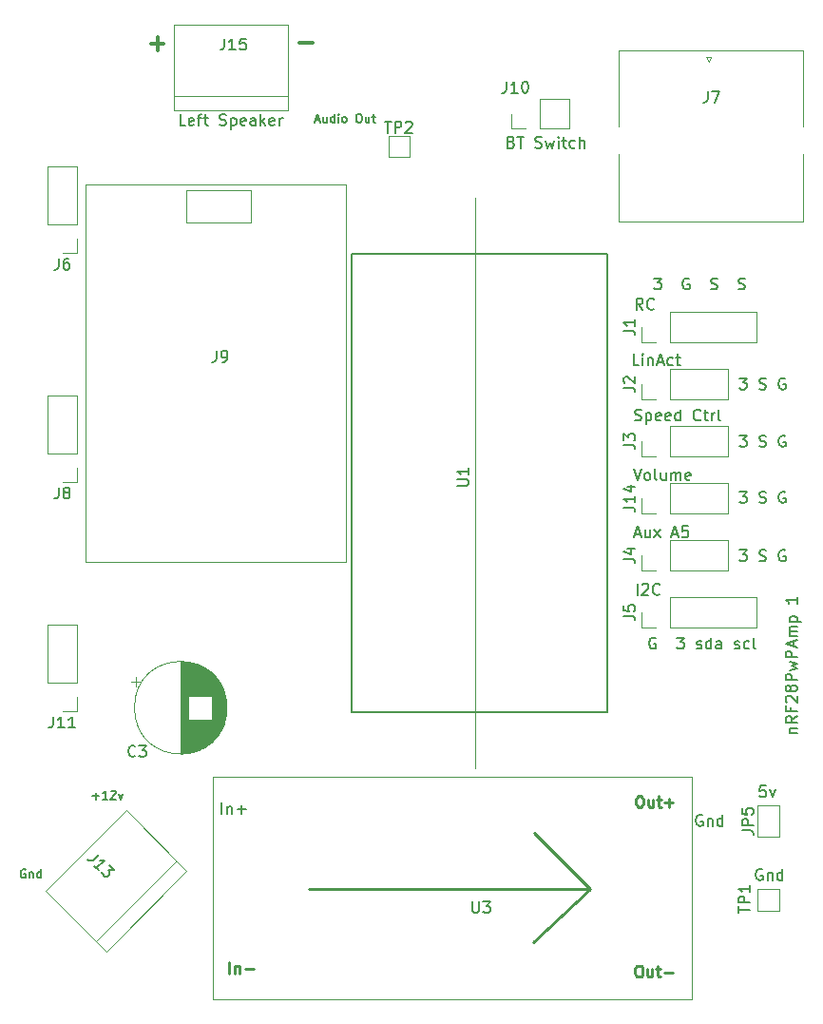
<source format=gbr>
G04 #@! TF.GenerationSoftware,KiCad,Pcbnew,(5.1.6)-1*
G04 #@! TF.CreationDate,2020-11-04T20:11:43-06:00*
G04 #@! TF.ProjectId,ControlBoardnRF_22PinSound_PowerAmp,436f6e74-726f-46c4-926f-6172646e5246,rev?*
G04 #@! TF.SameCoordinates,Original*
G04 #@! TF.FileFunction,Legend,Top*
G04 #@! TF.FilePolarity,Positive*
%FSLAX46Y46*%
G04 Gerber Fmt 4.6, Leading zero omitted, Abs format (unit mm)*
G04 Created by KiCad (PCBNEW (5.1.6)-1) date 2020-11-04 20:11:43*
%MOMM*%
%LPD*%
G01*
G04 APERTURE LIST*
%ADD10C,0.150000*%
%ADD11C,0.300000*%
%ADD12C,0.152400*%
%ADD13C,0.120000*%
%ADD14C,0.250000*%
G04 APERTURE END LIST*
D10*
X165940357Y-91552380D02*
X166559404Y-91552380D01*
X166226071Y-91933333D01*
X166368928Y-91933333D01*
X166464166Y-91980952D01*
X166511785Y-92028571D01*
X166559404Y-92123809D01*
X166559404Y-92361904D01*
X166511785Y-92457142D01*
X166464166Y-92504761D01*
X166368928Y-92552380D01*
X166083214Y-92552380D01*
X165987976Y-92504761D01*
X165940357Y-92457142D01*
X169035595Y-91600000D02*
X168940357Y-91552380D01*
X168797500Y-91552380D01*
X168654642Y-91600000D01*
X168559404Y-91695238D01*
X168511785Y-91790476D01*
X168464166Y-91980952D01*
X168464166Y-92123809D01*
X168511785Y-92314285D01*
X168559404Y-92409523D01*
X168654642Y-92504761D01*
X168797500Y-92552380D01*
X168892738Y-92552380D01*
X169035595Y-92504761D01*
X169083214Y-92457142D01*
X169083214Y-92123809D01*
X168892738Y-92123809D01*
X170987976Y-92504761D02*
X171130833Y-92552380D01*
X171368928Y-92552380D01*
X171464166Y-92504761D01*
X171511785Y-92457142D01*
X171559404Y-92361904D01*
X171559404Y-92266666D01*
X171511785Y-92171428D01*
X171464166Y-92123809D01*
X171368928Y-92076190D01*
X171178452Y-92028571D01*
X171083214Y-91980952D01*
X171035595Y-91933333D01*
X170987976Y-91838095D01*
X170987976Y-91742857D01*
X171035595Y-91647619D01*
X171083214Y-91600000D01*
X171178452Y-91552380D01*
X171416547Y-91552380D01*
X171559404Y-91600000D01*
X173464166Y-92504761D02*
X173607023Y-92552380D01*
X173845119Y-92552380D01*
X173940357Y-92504761D01*
X173987976Y-92457142D01*
X174035595Y-92361904D01*
X174035595Y-92266666D01*
X173987976Y-92171428D01*
X173940357Y-92123809D01*
X173845119Y-92076190D01*
X173654642Y-92028571D01*
X173559404Y-91980952D01*
X173511785Y-91933333D01*
X173464166Y-91838095D01*
X173464166Y-91742857D01*
X173511785Y-91647619D01*
X173559404Y-91600000D01*
X173654642Y-91552380D01*
X173892738Y-91552380D01*
X174035595Y-91600000D01*
X173540357Y-100452380D02*
X174159404Y-100452380D01*
X173826071Y-100833333D01*
X173968928Y-100833333D01*
X174064166Y-100880952D01*
X174111785Y-100928571D01*
X174159404Y-101023809D01*
X174159404Y-101261904D01*
X174111785Y-101357142D01*
X174064166Y-101404761D01*
X173968928Y-101452380D01*
X173683214Y-101452380D01*
X173587976Y-101404761D01*
X173540357Y-101357142D01*
X175302261Y-101404761D02*
X175445119Y-101452380D01*
X175683214Y-101452380D01*
X175778452Y-101404761D01*
X175826071Y-101357142D01*
X175873690Y-101261904D01*
X175873690Y-101166666D01*
X175826071Y-101071428D01*
X175778452Y-101023809D01*
X175683214Y-100976190D01*
X175492738Y-100928571D01*
X175397500Y-100880952D01*
X175349880Y-100833333D01*
X175302261Y-100738095D01*
X175302261Y-100642857D01*
X175349880Y-100547619D01*
X175397500Y-100500000D01*
X175492738Y-100452380D01*
X175730833Y-100452380D01*
X175873690Y-100500000D01*
X177587976Y-100500000D02*
X177492738Y-100452380D01*
X177349880Y-100452380D01*
X177207023Y-100500000D01*
X177111785Y-100595238D01*
X177064166Y-100690476D01*
X177016547Y-100880952D01*
X177016547Y-101023809D01*
X177064166Y-101214285D01*
X177111785Y-101309523D01*
X177207023Y-101404761D01*
X177349880Y-101452380D01*
X177445119Y-101452380D01*
X177587976Y-101404761D01*
X177635595Y-101357142D01*
X177635595Y-101023809D01*
X177445119Y-101023809D01*
X173540357Y-105552380D02*
X174159404Y-105552380D01*
X173826071Y-105933333D01*
X173968928Y-105933333D01*
X174064166Y-105980952D01*
X174111785Y-106028571D01*
X174159404Y-106123809D01*
X174159404Y-106361904D01*
X174111785Y-106457142D01*
X174064166Y-106504761D01*
X173968928Y-106552380D01*
X173683214Y-106552380D01*
X173587976Y-106504761D01*
X173540357Y-106457142D01*
X175302261Y-106504761D02*
X175445119Y-106552380D01*
X175683214Y-106552380D01*
X175778452Y-106504761D01*
X175826071Y-106457142D01*
X175873690Y-106361904D01*
X175873690Y-106266666D01*
X175826071Y-106171428D01*
X175778452Y-106123809D01*
X175683214Y-106076190D01*
X175492738Y-106028571D01*
X175397500Y-105980952D01*
X175349880Y-105933333D01*
X175302261Y-105838095D01*
X175302261Y-105742857D01*
X175349880Y-105647619D01*
X175397500Y-105600000D01*
X175492738Y-105552380D01*
X175730833Y-105552380D01*
X175873690Y-105600000D01*
X177587976Y-105600000D02*
X177492738Y-105552380D01*
X177349880Y-105552380D01*
X177207023Y-105600000D01*
X177111785Y-105695238D01*
X177064166Y-105790476D01*
X177016547Y-105980952D01*
X177016547Y-106123809D01*
X177064166Y-106314285D01*
X177111785Y-106409523D01*
X177207023Y-106504761D01*
X177349880Y-106552380D01*
X177445119Y-106552380D01*
X177587976Y-106504761D01*
X177635595Y-106457142D01*
X177635595Y-106123809D01*
X177445119Y-106123809D01*
X173540357Y-110552380D02*
X174159404Y-110552380D01*
X173826071Y-110933333D01*
X173968928Y-110933333D01*
X174064166Y-110980952D01*
X174111785Y-111028571D01*
X174159404Y-111123809D01*
X174159404Y-111361904D01*
X174111785Y-111457142D01*
X174064166Y-111504761D01*
X173968928Y-111552380D01*
X173683214Y-111552380D01*
X173587976Y-111504761D01*
X173540357Y-111457142D01*
X175302261Y-111504761D02*
X175445119Y-111552380D01*
X175683214Y-111552380D01*
X175778452Y-111504761D01*
X175826071Y-111457142D01*
X175873690Y-111361904D01*
X175873690Y-111266666D01*
X175826071Y-111171428D01*
X175778452Y-111123809D01*
X175683214Y-111076190D01*
X175492738Y-111028571D01*
X175397500Y-110980952D01*
X175349880Y-110933333D01*
X175302261Y-110838095D01*
X175302261Y-110742857D01*
X175349880Y-110647619D01*
X175397500Y-110600000D01*
X175492738Y-110552380D01*
X175730833Y-110552380D01*
X175873690Y-110600000D01*
X177587976Y-110600000D02*
X177492738Y-110552380D01*
X177349880Y-110552380D01*
X177207023Y-110600000D01*
X177111785Y-110695238D01*
X177064166Y-110790476D01*
X177016547Y-110980952D01*
X177016547Y-111123809D01*
X177064166Y-111314285D01*
X177111785Y-111409523D01*
X177207023Y-111504761D01*
X177349880Y-111552380D01*
X177445119Y-111552380D01*
X177587976Y-111504761D01*
X177635595Y-111457142D01*
X177635595Y-111123809D01*
X177445119Y-111123809D01*
X173540357Y-115752380D02*
X174159404Y-115752380D01*
X173826071Y-116133333D01*
X173968928Y-116133333D01*
X174064166Y-116180952D01*
X174111785Y-116228571D01*
X174159404Y-116323809D01*
X174159404Y-116561904D01*
X174111785Y-116657142D01*
X174064166Y-116704761D01*
X173968928Y-116752380D01*
X173683214Y-116752380D01*
X173587976Y-116704761D01*
X173540357Y-116657142D01*
X175302261Y-116704761D02*
X175445119Y-116752380D01*
X175683214Y-116752380D01*
X175778452Y-116704761D01*
X175826071Y-116657142D01*
X175873690Y-116561904D01*
X175873690Y-116466666D01*
X175826071Y-116371428D01*
X175778452Y-116323809D01*
X175683214Y-116276190D01*
X175492738Y-116228571D01*
X175397500Y-116180952D01*
X175349880Y-116133333D01*
X175302261Y-116038095D01*
X175302261Y-115942857D01*
X175349880Y-115847619D01*
X175397500Y-115800000D01*
X175492738Y-115752380D01*
X175730833Y-115752380D01*
X175873690Y-115800000D01*
X177587976Y-115800000D02*
X177492738Y-115752380D01*
X177349880Y-115752380D01*
X177207023Y-115800000D01*
X177111785Y-115895238D01*
X177064166Y-115990476D01*
X177016547Y-116180952D01*
X177016547Y-116323809D01*
X177064166Y-116514285D01*
X177111785Y-116609523D01*
X177207023Y-116704761D01*
X177349880Y-116752380D01*
X177445119Y-116752380D01*
X177587976Y-116704761D01*
X177635595Y-116657142D01*
X177635595Y-116323809D01*
X177445119Y-116323809D01*
X166059404Y-123600000D02*
X165964166Y-123552380D01*
X165821309Y-123552380D01*
X165678452Y-123600000D01*
X165583214Y-123695238D01*
X165535595Y-123790476D01*
X165487976Y-123980952D01*
X165487976Y-124123809D01*
X165535595Y-124314285D01*
X165583214Y-124409523D01*
X165678452Y-124504761D01*
X165821309Y-124552380D01*
X165916547Y-124552380D01*
X166059404Y-124504761D01*
X166107023Y-124457142D01*
X166107023Y-124123809D01*
X165916547Y-124123809D01*
X167964166Y-123552380D02*
X168583214Y-123552380D01*
X168249880Y-123933333D01*
X168392738Y-123933333D01*
X168487976Y-123980952D01*
X168535595Y-124028571D01*
X168583214Y-124123809D01*
X168583214Y-124361904D01*
X168535595Y-124457142D01*
X168487976Y-124504761D01*
X168392738Y-124552380D01*
X168107023Y-124552380D01*
X168011785Y-124504761D01*
X167964166Y-124457142D01*
X169726071Y-124504761D02*
X169821309Y-124552380D01*
X170011785Y-124552380D01*
X170107023Y-124504761D01*
X170154642Y-124409523D01*
X170154642Y-124361904D01*
X170107023Y-124266666D01*
X170011785Y-124219047D01*
X169868928Y-124219047D01*
X169773690Y-124171428D01*
X169726071Y-124076190D01*
X169726071Y-124028571D01*
X169773690Y-123933333D01*
X169868928Y-123885714D01*
X170011785Y-123885714D01*
X170107023Y-123933333D01*
X171011785Y-124552380D02*
X171011785Y-123552380D01*
X171011785Y-124504761D02*
X170916547Y-124552380D01*
X170726071Y-124552380D01*
X170630833Y-124504761D01*
X170583214Y-124457142D01*
X170535595Y-124361904D01*
X170535595Y-124076190D01*
X170583214Y-123980952D01*
X170630833Y-123933333D01*
X170726071Y-123885714D01*
X170916547Y-123885714D01*
X171011785Y-123933333D01*
X171916547Y-124552380D02*
X171916547Y-124028571D01*
X171868928Y-123933333D01*
X171773690Y-123885714D01*
X171583214Y-123885714D01*
X171487976Y-123933333D01*
X171916547Y-124504761D02*
X171821309Y-124552380D01*
X171583214Y-124552380D01*
X171487976Y-124504761D01*
X171440357Y-124409523D01*
X171440357Y-124314285D01*
X171487976Y-124219047D01*
X171583214Y-124171428D01*
X171821309Y-124171428D01*
X171916547Y-124123809D01*
X173107023Y-124504761D02*
X173202261Y-124552380D01*
X173392738Y-124552380D01*
X173487976Y-124504761D01*
X173535595Y-124409523D01*
X173535595Y-124361904D01*
X173487976Y-124266666D01*
X173392738Y-124219047D01*
X173249880Y-124219047D01*
X173154642Y-124171428D01*
X173107023Y-124076190D01*
X173107023Y-124028571D01*
X173154642Y-123933333D01*
X173249880Y-123885714D01*
X173392738Y-123885714D01*
X173487976Y-123933333D01*
X174392738Y-124504761D02*
X174297500Y-124552380D01*
X174107023Y-124552380D01*
X174011785Y-124504761D01*
X173964166Y-124457142D01*
X173916547Y-124361904D01*
X173916547Y-124076190D01*
X173964166Y-123980952D01*
X174011785Y-123933333D01*
X174107023Y-123885714D01*
X174297500Y-123885714D01*
X174392738Y-123933333D01*
X174964166Y-124552380D02*
X174868928Y-124504761D01*
X174821309Y-124409523D01*
X174821309Y-123552380D01*
X175557142Y-144200000D02*
X175461904Y-144152380D01*
X175319047Y-144152380D01*
X175176190Y-144200000D01*
X175080952Y-144295238D01*
X175033333Y-144390476D01*
X174985714Y-144580952D01*
X174985714Y-144723809D01*
X175033333Y-144914285D01*
X175080952Y-145009523D01*
X175176190Y-145104761D01*
X175319047Y-145152380D01*
X175414285Y-145152380D01*
X175557142Y-145104761D01*
X175604761Y-145057142D01*
X175604761Y-144723809D01*
X175414285Y-144723809D01*
X176033333Y-144485714D02*
X176033333Y-145152380D01*
X176033333Y-144580952D02*
X176080952Y-144533333D01*
X176176190Y-144485714D01*
X176319047Y-144485714D01*
X176414285Y-144533333D01*
X176461904Y-144628571D01*
X176461904Y-145152380D01*
X177366666Y-145152380D02*
X177366666Y-144152380D01*
X177366666Y-145104761D02*
X177271428Y-145152380D01*
X177080952Y-145152380D01*
X176985714Y-145104761D01*
X176938095Y-145057142D01*
X176890476Y-144961904D01*
X176890476Y-144676190D01*
X176938095Y-144580952D01*
X176985714Y-144533333D01*
X177080952Y-144485714D01*
X177271428Y-144485714D01*
X177366666Y-144533333D01*
X175857142Y-136752380D02*
X175380952Y-136752380D01*
X175333333Y-137228571D01*
X175380952Y-137180952D01*
X175476190Y-137133333D01*
X175714285Y-137133333D01*
X175809523Y-137180952D01*
X175857142Y-137228571D01*
X175904761Y-137323809D01*
X175904761Y-137561904D01*
X175857142Y-137657142D01*
X175809523Y-137704761D01*
X175714285Y-137752380D01*
X175476190Y-137752380D01*
X175380952Y-137704761D01*
X175333333Y-137657142D01*
X176238095Y-137085714D02*
X176476190Y-137752380D01*
X176714285Y-137085714D01*
X135778977Y-77475340D02*
X136136120Y-77475340D01*
X135707548Y-77689625D02*
X135957548Y-76939625D01*
X136207548Y-77689625D01*
X136778977Y-77189625D02*
X136778977Y-77689625D01*
X136457548Y-77189625D02*
X136457548Y-77582482D01*
X136493262Y-77653911D01*
X136564691Y-77689625D01*
X136671834Y-77689625D01*
X136743262Y-77653911D01*
X136778977Y-77618197D01*
X137457548Y-77689625D02*
X137457548Y-76939625D01*
X137457548Y-77653911D02*
X137386120Y-77689625D01*
X137243262Y-77689625D01*
X137171834Y-77653911D01*
X137136120Y-77618197D01*
X137100405Y-77546768D01*
X137100405Y-77332482D01*
X137136120Y-77261054D01*
X137171834Y-77225340D01*
X137243262Y-77189625D01*
X137386120Y-77189625D01*
X137457548Y-77225340D01*
X137814691Y-77689625D02*
X137814691Y-77189625D01*
X137814691Y-76939625D02*
X137778977Y-76975340D01*
X137814691Y-77011054D01*
X137850405Y-76975340D01*
X137814691Y-76939625D01*
X137814691Y-77011054D01*
X138278977Y-77689625D02*
X138207548Y-77653911D01*
X138171834Y-77618197D01*
X138136120Y-77546768D01*
X138136120Y-77332482D01*
X138171834Y-77261054D01*
X138207548Y-77225340D01*
X138278977Y-77189625D01*
X138386120Y-77189625D01*
X138457548Y-77225340D01*
X138493262Y-77261054D01*
X138528977Y-77332482D01*
X138528977Y-77546768D01*
X138493262Y-77618197D01*
X138457548Y-77653911D01*
X138386120Y-77689625D01*
X138278977Y-77689625D01*
X139564691Y-76939625D02*
X139707548Y-76939625D01*
X139778977Y-76975340D01*
X139850405Y-77046768D01*
X139886120Y-77189625D01*
X139886120Y-77439625D01*
X139850405Y-77582482D01*
X139778977Y-77653911D01*
X139707548Y-77689625D01*
X139564691Y-77689625D01*
X139493262Y-77653911D01*
X139421834Y-77582482D01*
X139386120Y-77439625D01*
X139386120Y-77189625D01*
X139421834Y-77046768D01*
X139493262Y-76975340D01*
X139564691Y-76939625D01*
X140528977Y-77189625D02*
X140528977Y-77689625D01*
X140207548Y-77189625D02*
X140207548Y-77582482D01*
X140243262Y-77653911D01*
X140314691Y-77689625D01*
X140421834Y-77689625D01*
X140493262Y-77653911D01*
X140528977Y-77618197D01*
X140778977Y-77189625D02*
X141064691Y-77189625D01*
X140886120Y-76939625D02*
X140886120Y-77582482D01*
X140921834Y-77653911D01*
X140993262Y-77689625D01*
X141064691Y-77689625D01*
D11*
X134328571Y-70607142D02*
X135471428Y-70607142D01*
X121095171Y-70652542D02*
X122238028Y-70652542D01*
X121666600Y-71223971D02*
X121666600Y-70081114D01*
D10*
X170222942Y-139377800D02*
X170127704Y-139330180D01*
X169984847Y-139330180D01*
X169841990Y-139377800D01*
X169746752Y-139473038D01*
X169699133Y-139568276D01*
X169651514Y-139758752D01*
X169651514Y-139901609D01*
X169699133Y-140092085D01*
X169746752Y-140187323D01*
X169841990Y-140282561D01*
X169984847Y-140330180D01*
X170080085Y-140330180D01*
X170222942Y-140282561D01*
X170270561Y-140234942D01*
X170270561Y-139901609D01*
X170080085Y-139901609D01*
X170699133Y-139663514D02*
X170699133Y-140330180D01*
X170699133Y-139758752D02*
X170746752Y-139711133D01*
X170841990Y-139663514D01*
X170984847Y-139663514D01*
X171080085Y-139711133D01*
X171127704Y-139806371D01*
X171127704Y-140330180D01*
X172032466Y-140330180D02*
X172032466Y-139330180D01*
X172032466Y-140282561D02*
X171937228Y-140330180D01*
X171746752Y-140330180D01*
X171651514Y-140282561D01*
X171603895Y-140234942D01*
X171556276Y-140139704D01*
X171556276Y-139853990D01*
X171603895Y-139758752D01*
X171651514Y-139711133D01*
X171746752Y-139663514D01*
X171937228Y-139663514D01*
X172032466Y-139711133D01*
D12*
X115893714Y-137654428D02*
X116474285Y-137654428D01*
X116184000Y-137944714D02*
X116184000Y-137364142D01*
X117236285Y-137944714D02*
X116800857Y-137944714D01*
X117018571Y-137944714D02*
X117018571Y-137182714D01*
X116946000Y-137291571D01*
X116873428Y-137364142D01*
X116800857Y-137400428D01*
X117526571Y-137255285D02*
X117562857Y-137219000D01*
X117635428Y-137182714D01*
X117816857Y-137182714D01*
X117889428Y-137219000D01*
X117925714Y-137255285D01*
X117962000Y-137327857D01*
X117962000Y-137400428D01*
X117925714Y-137509285D01*
X117490285Y-137944714D01*
X117962000Y-137944714D01*
X118216000Y-137436714D02*
X118397428Y-137944714D01*
X118578857Y-137436714D01*
X109910142Y-144219000D02*
X109837571Y-144182714D01*
X109728714Y-144182714D01*
X109619857Y-144219000D01*
X109547285Y-144291571D01*
X109511000Y-144364142D01*
X109474714Y-144509285D01*
X109474714Y-144618142D01*
X109511000Y-144763285D01*
X109547285Y-144835857D01*
X109619857Y-144908428D01*
X109728714Y-144944714D01*
X109801285Y-144944714D01*
X109910142Y-144908428D01*
X109946428Y-144872142D01*
X109946428Y-144618142D01*
X109801285Y-144618142D01*
X110273000Y-144436714D02*
X110273000Y-144944714D01*
X110273000Y-144509285D02*
X110309285Y-144473000D01*
X110381857Y-144436714D01*
X110490714Y-144436714D01*
X110563285Y-144473000D01*
X110599571Y-144545571D01*
X110599571Y-144944714D01*
X111289000Y-144944714D02*
X111289000Y-144182714D01*
X111289000Y-144908428D02*
X111216428Y-144944714D01*
X111071285Y-144944714D01*
X110998714Y-144908428D01*
X110962428Y-144872142D01*
X110926142Y-144799571D01*
X110926142Y-144581857D01*
X110962428Y-144509285D01*
X110998714Y-144473000D01*
X111071285Y-144436714D01*
X111216428Y-144436714D01*
X111289000Y-144473000D01*
D10*
X177985714Y-132023809D02*
X178652380Y-132023809D01*
X178080952Y-132023809D02*
X178033333Y-131976190D01*
X177985714Y-131880952D01*
X177985714Y-131738095D01*
X178033333Y-131642857D01*
X178128571Y-131595238D01*
X178652380Y-131595238D01*
X178652380Y-130547619D02*
X178176190Y-130880952D01*
X178652380Y-131119047D02*
X177652380Y-131119047D01*
X177652380Y-130738095D01*
X177700000Y-130642857D01*
X177747619Y-130595238D01*
X177842857Y-130547619D01*
X177985714Y-130547619D01*
X178080952Y-130595238D01*
X178128571Y-130642857D01*
X178176190Y-130738095D01*
X178176190Y-131119047D01*
X178128571Y-129785714D02*
X178128571Y-130119047D01*
X178652380Y-130119047D02*
X177652380Y-130119047D01*
X177652380Y-129642857D01*
X177747619Y-129309523D02*
X177700000Y-129261904D01*
X177652380Y-129166666D01*
X177652380Y-128928571D01*
X177700000Y-128833333D01*
X177747619Y-128785714D01*
X177842857Y-128738095D01*
X177938095Y-128738095D01*
X178080952Y-128785714D01*
X178652380Y-129357142D01*
X178652380Y-128738095D01*
X178080952Y-128166666D02*
X178033333Y-128261904D01*
X177985714Y-128309523D01*
X177890476Y-128357142D01*
X177842857Y-128357142D01*
X177747619Y-128309523D01*
X177700000Y-128261904D01*
X177652380Y-128166666D01*
X177652380Y-127976190D01*
X177700000Y-127880952D01*
X177747619Y-127833333D01*
X177842857Y-127785714D01*
X177890476Y-127785714D01*
X177985714Y-127833333D01*
X178033333Y-127880952D01*
X178080952Y-127976190D01*
X178080952Y-128166666D01*
X178128571Y-128261904D01*
X178176190Y-128309523D01*
X178271428Y-128357142D01*
X178461904Y-128357142D01*
X178557142Y-128309523D01*
X178604761Y-128261904D01*
X178652380Y-128166666D01*
X178652380Y-127976190D01*
X178604761Y-127880952D01*
X178557142Y-127833333D01*
X178461904Y-127785714D01*
X178271428Y-127785714D01*
X178176190Y-127833333D01*
X178128571Y-127880952D01*
X178080952Y-127976190D01*
X178652380Y-127357142D02*
X177652380Y-127357142D01*
X177652380Y-126976190D01*
X177700000Y-126880952D01*
X177747619Y-126833333D01*
X177842857Y-126785714D01*
X177985714Y-126785714D01*
X178080952Y-126833333D01*
X178128571Y-126880952D01*
X178176190Y-126976190D01*
X178176190Y-127357142D01*
X177985714Y-126452380D02*
X178652380Y-126261904D01*
X178176190Y-126071428D01*
X178652380Y-125880952D01*
X177985714Y-125690476D01*
X178652380Y-125309523D02*
X177652380Y-125309523D01*
X177652380Y-124928571D01*
X177700000Y-124833333D01*
X177747619Y-124785714D01*
X177842857Y-124738095D01*
X177985714Y-124738095D01*
X178080952Y-124785714D01*
X178128571Y-124833333D01*
X178176190Y-124928571D01*
X178176190Y-125309523D01*
X178366666Y-124357142D02*
X178366666Y-123880952D01*
X178652380Y-124452380D02*
X177652380Y-124119047D01*
X178652380Y-123785714D01*
X178652380Y-123452380D02*
X177985714Y-123452380D01*
X178080952Y-123452380D02*
X178033333Y-123404761D01*
X177985714Y-123309523D01*
X177985714Y-123166666D01*
X178033333Y-123071428D01*
X178128571Y-123023809D01*
X178652380Y-123023809D01*
X178128571Y-123023809D02*
X178033333Y-122976190D01*
X177985714Y-122880952D01*
X177985714Y-122738095D01*
X178033333Y-122642857D01*
X178128571Y-122595238D01*
X178652380Y-122595238D01*
X177985714Y-122119047D02*
X178985714Y-122119047D01*
X178033333Y-122119047D02*
X177985714Y-122023809D01*
X177985714Y-121833333D01*
X178033333Y-121738095D01*
X178080952Y-121690476D01*
X178176190Y-121642857D01*
X178461904Y-121642857D01*
X178557142Y-121690476D01*
X178604761Y-121738095D01*
X178652380Y-121833333D01*
X178652380Y-122023809D01*
X178604761Y-122119047D01*
X178652380Y-119928571D02*
X178652380Y-120500000D01*
X178652380Y-120214285D02*
X177652380Y-120214285D01*
X177795238Y-120309523D01*
X177890476Y-120404761D01*
X177938095Y-120500000D01*
D13*
X170798680Y-72262160D02*
X171012040Y-71830360D01*
X170572620Y-71830360D02*
X170798680Y-72262160D01*
X171012040Y-71830360D02*
X170572620Y-71830360D01*
X179174940Y-86519180D02*
X162764940Y-86519180D01*
X179174940Y-86519180D02*
X179174940Y-80507000D01*
X179174940Y-71279180D02*
X162764940Y-71279180D01*
X179173060Y-78010180D02*
X179174940Y-71279180D01*
X162764940Y-86519180D02*
X162764940Y-80507000D01*
X162763060Y-78010180D02*
X162764940Y-71279180D01*
X115270000Y-116854500D02*
X138470000Y-116854500D01*
X115279200Y-83174500D02*
X115270000Y-116854500D01*
X138470000Y-83174500D02*
X138470000Y-116854500D01*
X115279200Y-83174500D02*
X138470000Y-83174500D01*
X124238100Y-83750500D02*
X130038100Y-83750500D01*
X130038100Y-83750500D02*
X130038100Y-86582600D01*
X130038100Y-86582600D02*
X124238100Y-86582600D01*
X124238100Y-86582600D02*
X124238100Y-83750500D01*
X164770000Y-122630000D02*
X164770000Y-121300000D01*
X166100000Y-122630000D02*
X164770000Y-122630000D01*
X167370000Y-122630000D02*
X167370000Y-119970000D01*
X167370000Y-119970000D02*
X175050000Y-119970000D01*
X167370000Y-122630000D02*
X175050000Y-122630000D01*
X175050000Y-122630000D02*
X175050000Y-119970000D01*
D10*
X138997940Y-130160940D02*
X161760940Y-130160940D01*
X161760940Y-89388940D02*
X161760940Y-130160940D01*
X138997940Y-89388940D02*
X138997940Y-130160940D01*
X138997940Y-89388940D02*
X161760940Y-89388940D01*
D13*
X150013920Y-84391480D02*
X150013920Y-135191480D01*
X133320000Y-75340000D02*
X123160000Y-75340000D01*
X133320000Y-76610000D02*
X133320000Y-68990000D01*
X133320000Y-68990000D02*
X123160000Y-68990000D01*
X123160000Y-68990000D02*
X123160000Y-76610000D01*
X123160000Y-76610000D02*
X133320000Y-76610000D01*
X127870000Y-129800000D02*
G75*
G03*
X127870000Y-129800000I-4120000J0D01*
G01*
X123750000Y-125720000D02*
X123750000Y-133880000D01*
X123790000Y-125720000D02*
X123790000Y-133880000D01*
X123830000Y-125720000D02*
X123830000Y-133880000D01*
X123870000Y-125721000D02*
X123870000Y-133879000D01*
X123910000Y-125723000D02*
X123910000Y-133877000D01*
X123950000Y-125724000D02*
X123950000Y-133876000D01*
X123990000Y-125726000D02*
X123990000Y-133874000D01*
X124030000Y-125729000D02*
X124030000Y-133871000D01*
X124070000Y-125732000D02*
X124070000Y-133868000D01*
X124110000Y-125735000D02*
X124110000Y-133865000D01*
X124150000Y-125739000D02*
X124150000Y-133861000D01*
X124190000Y-125743000D02*
X124190000Y-133857000D01*
X124230000Y-125748000D02*
X124230000Y-133852000D01*
X124270000Y-125752000D02*
X124270000Y-133848000D01*
X124310000Y-125758000D02*
X124310000Y-133842000D01*
X124350000Y-125763000D02*
X124350000Y-133837000D01*
X124390000Y-125770000D02*
X124390000Y-133830000D01*
X124430000Y-125776000D02*
X124430000Y-133824000D01*
X124471000Y-125783000D02*
X124471000Y-128760000D01*
X124471000Y-130840000D02*
X124471000Y-133817000D01*
X124511000Y-125790000D02*
X124511000Y-128760000D01*
X124511000Y-130840000D02*
X124511000Y-133810000D01*
X124551000Y-125798000D02*
X124551000Y-128760000D01*
X124551000Y-130840000D02*
X124551000Y-133802000D01*
X124591000Y-125806000D02*
X124591000Y-128760000D01*
X124591000Y-130840000D02*
X124591000Y-133794000D01*
X124631000Y-125815000D02*
X124631000Y-128760000D01*
X124631000Y-130840000D02*
X124631000Y-133785000D01*
X124671000Y-125824000D02*
X124671000Y-128760000D01*
X124671000Y-130840000D02*
X124671000Y-133776000D01*
X124711000Y-125833000D02*
X124711000Y-128760000D01*
X124711000Y-130840000D02*
X124711000Y-133767000D01*
X124751000Y-125843000D02*
X124751000Y-128760000D01*
X124751000Y-130840000D02*
X124751000Y-133757000D01*
X124791000Y-125853000D02*
X124791000Y-128760000D01*
X124791000Y-130840000D02*
X124791000Y-133747000D01*
X124831000Y-125864000D02*
X124831000Y-128760000D01*
X124831000Y-130840000D02*
X124831000Y-133736000D01*
X124871000Y-125875000D02*
X124871000Y-128760000D01*
X124871000Y-130840000D02*
X124871000Y-133725000D01*
X124911000Y-125886000D02*
X124911000Y-128760000D01*
X124911000Y-130840000D02*
X124911000Y-133714000D01*
X124951000Y-125898000D02*
X124951000Y-128760000D01*
X124951000Y-130840000D02*
X124951000Y-133702000D01*
X124991000Y-125911000D02*
X124991000Y-128760000D01*
X124991000Y-130840000D02*
X124991000Y-133689000D01*
X125031000Y-125923000D02*
X125031000Y-128760000D01*
X125031000Y-130840000D02*
X125031000Y-133677000D01*
X125071000Y-125937000D02*
X125071000Y-128760000D01*
X125071000Y-130840000D02*
X125071000Y-133663000D01*
X125111000Y-125950000D02*
X125111000Y-128760000D01*
X125111000Y-130840000D02*
X125111000Y-133650000D01*
X125151000Y-125965000D02*
X125151000Y-128760000D01*
X125151000Y-130840000D02*
X125151000Y-133635000D01*
X125191000Y-125979000D02*
X125191000Y-128760000D01*
X125191000Y-130840000D02*
X125191000Y-133621000D01*
X125231000Y-125995000D02*
X125231000Y-128760000D01*
X125231000Y-130840000D02*
X125231000Y-133605000D01*
X125271000Y-126010000D02*
X125271000Y-128760000D01*
X125271000Y-130840000D02*
X125271000Y-133590000D01*
X125311000Y-126026000D02*
X125311000Y-128760000D01*
X125311000Y-130840000D02*
X125311000Y-133574000D01*
X125351000Y-126043000D02*
X125351000Y-128760000D01*
X125351000Y-130840000D02*
X125351000Y-133557000D01*
X125391000Y-126060000D02*
X125391000Y-128760000D01*
X125391000Y-130840000D02*
X125391000Y-133540000D01*
X125431000Y-126078000D02*
X125431000Y-128760000D01*
X125431000Y-130840000D02*
X125431000Y-133522000D01*
X125471000Y-126096000D02*
X125471000Y-128760000D01*
X125471000Y-130840000D02*
X125471000Y-133504000D01*
X125511000Y-126114000D02*
X125511000Y-128760000D01*
X125511000Y-130840000D02*
X125511000Y-133486000D01*
X125551000Y-126134000D02*
X125551000Y-128760000D01*
X125551000Y-130840000D02*
X125551000Y-133466000D01*
X125591000Y-126153000D02*
X125591000Y-128760000D01*
X125591000Y-130840000D02*
X125591000Y-133447000D01*
X125631000Y-126173000D02*
X125631000Y-128760000D01*
X125631000Y-130840000D02*
X125631000Y-133427000D01*
X125671000Y-126194000D02*
X125671000Y-128760000D01*
X125671000Y-130840000D02*
X125671000Y-133406000D01*
X125711000Y-126216000D02*
X125711000Y-128760000D01*
X125711000Y-130840000D02*
X125711000Y-133384000D01*
X125751000Y-126238000D02*
X125751000Y-128760000D01*
X125751000Y-130840000D02*
X125751000Y-133362000D01*
X125791000Y-126260000D02*
X125791000Y-128760000D01*
X125791000Y-130840000D02*
X125791000Y-133340000D01*
X125831000Y-126283000D02*
X125831000Y-128760000D01*
X125831000Y-130840000D02*
X125831000Y-133317000D01*
X125871000Y-126307000D02*
X125871000Y-128760000D01*
X125871000Y-130840000D02*
X125871000Y-133293000D01*
X125911000Y-126331000D02*
X125911000Y-128760000D01*
X125911000Y-130840000D02*
X125911000Y-133269000D01*
X125951000Y-126356000D02*
X125951000Y-128760000D01*
X125951000Y-130840000D02*
X125951000Y-133244000D01*
X125991000Y-126382000D02*
X125991000Y-128760000D01*
X125991000Y-130840000D02*
X125991000Y-133218000D01*
X126031000Y-126408000D02*
X126031000Y-128760000D01*
X126031000Y-130840000D02*
X126031000Y-133192000D01*
X126071000Y-126435000D02*
X126071000Y-128760000D01*
X126071000Y-130840000D02*
X126071000Y-133165000D01*
X126111000Y-126462000D02*
X126111000Y-128760000D01*
X126111000Y-130840000D02*
X126111000Y-133138000D01*
X126151000Y-126491000D02*
X126151000Y-128760000D01*
X126151000Y-130840000D02*
X126151000Y-133109000D01*
X126191000Y-126520000D02*
X126191000Y-128760000D01*
X126191000Y-130840000D02*
X126191000Y-133080000D01*
X126231000Y-126550000D02*
X126231000Y-128760000D01*
X126231000Y-130840000D02*
X126231000Y-133050000D01*
X126271000Y-126580000D02*
X126271000Y-128760000D01*
X126271000Y-130840000D02*
X126271000Y-133020000D01*
X126311000Y-126611000D02*
X126311000Y-128760000D01*
X126311000Y-130840000D02*
X126311000Y-132989000D01*
X126351000Y-126644000D02*
X126351000Y-128760000D01*
X126351000Y-130840000D02*
X126351000Y-132956000D01*
X126391000Y-126676000D02*
X126391000Y-128760000D01*
X126391000Y-130840000D02*
X126391000Y-132924000D01*
X126431000Y-126710000D02*
X126431000Y-128760000D01*
X126431000Y-130840000D02*
X126431000Y-132890000D01*
X126471000Y-126745000D02*
X126471000Y-128760000D01*
X126471000Y-130840000D02*
X126471000Y-132855000D01*
X126511000Y-126781000D02*
X126511000Y-128760000D01*
X126511000Y-130840000D02*
X126511000Y-132819000D01*
X126551000Y-126817000D02*
X126551000Y-132783000D01*
X126591000Y-126855000D02*
X126591000Y-132745000D01*
X126631000Y-126893000D02*
X126631000Y-132707000D01*
X126671000Y-126933000D02*
X126671000Y-132667000D01*
X126711000Y-126974000D02*
X126711000Y-132626000D01*
X126751000Y-127016000D02*
X126751000Y-132584000D01*
X126791000Y-127059000D02*
X126791000Y-132541000D01*
X126831000Y-127103000D02*
X126831000Y-132497000D01*
X126871000Y-127149000D02*
X126871000Y-132451000D01*
X126911000Y-127196000D02*
X126911000Y-132404000D01*
X126951000Y-127244000D02*
X126951000Y-132356000D01*
X126991000Y-127295000D02*
X126991000Y-132305000D01*
X127031000Y-127346000D02*
X127031000Y-132254000D01*
X127071000Y-127400000D02*
X127071000Y-132200000D01*
X127111000Y-127455000D02*
X127111000Y-132145000D01*
X127151000Y-127513000D02*
X127151000Y-132087000D01*
X127191000Y-127572000D02*
X127191000Y-132028000D01*
X127231000Y-127634000D02*
X127231000Y-131966000D01*
X127271000Y-127698000D02*
X127271000Y-131902000D01*
X127311000Y-127766000D02*
X127311000Y-131834000D01*
X127351000Y-127836000D02*
X127351000Y-131764000D01*
X127391000Y-127910000D02*
X127391000Y-131690000D01*
X127431000Y-127987000D02*
X127431000Y-131613000D01*
X127471000Y-128069000D02*
X127471000Y-131531000D01*
X127511000Y-128155000D02*
X127511000Y-131445000D01*
X127551000Y-128248000D02*
X127551000Y-131352000D01*
X127591000Y-128347000D02*
X127591000Y-131253000D01*
X127631000Y-128454000D02*
X127631000Y-131146000D01*
X127671000Y-128571000D02*
X127671000Y-131029000D01*
X127711000Y-128702000D02*
X127711000Y-130898000D01*
X127751000Y-128852000D02*
X127751000Y-130748000D01*
X127791000Y-129032000D02*
X127791000Y-130568000D01*
X127831000Y-129267000D02*
X127831000Y-130333000D01*
X119340302Y-127485000D02*
X120140302Y-127485000D01*
X119740302Y-127085000D02*
X119740302Y-127885000D01*
X158370000Y-78230000D02*
X158370000Y-75570000D01*
X155770000Y-78230000D02*
X158370000Y-78230000D01*
X155770000Y-75570000D02*
X158370000Y-75570000D01*
X155770000Y-78230000D02*
X155770000Y-75570000D01*
X154500000Y-78230000D02*
X153170000Y-78230000D01*
X153170000Y-78230000D02*
X153170000Y-76900000D01*
X123384205Y-143407898D02*
X116200000Y-150592102D01*
X124282231Y-144305923D02*
X118894077Y-138917769D01*
X118894077Y-138917769D02*
X111709872Y-146101974D01*
X111709872Y-146101974D02*
X117098026Y-151490128D01*
X117098026Y-151490128D02*
X124282231Y-144305923D01*
X177100000Y-141300000D02*
X175100000Y-141300000D01*
X177100000Y-138500000D02*
X177100000Y-141300000D01*
X175100000Y-138500000D02*
X177100000Y-138500000D01*
X175100000Y-141300000D02*
X175100000Y-138500000D01*
X175150000Y-145950000D02*
X177050000Y-145950000D01*
X177050000Y-145950000D02*
X177050000Y-147850000D01*
X177050000Y-147850000D02*
X175150000Y-147850000D01*
X175150000Y-147850000D02*
X175150000Y-145950000D01*
D14*
X160213300Y-145940800D02*
X155171400Y-150716000D01*
D13*
X155209500Y-140975100D02*
X155209500Y-140937000D01*
D14*
X160213300Y-145940800D02*
X155209500Y-140975100D01*
X135130800Y-145978900D02*
X160213300Y-145940800D01*
D13*
X126634500Y-135920500D02*
X126634500Y-155732500D01*
X126634500Y-155732500D02*
X169306500Y-155732500D01*
X169306500Y-155732500D02*
X169306500Y-135920500D01*
X169306500Y-135920500D02*
X126634500Y-135920500D01*
X164770000Y-97230000D02*
X164770000Y-95900000D01*
X166100000Y-97230000D02*
X164770000Y-97230000D01*
X167370000Y-97230000D02*
X167370000Y-94570000D01*
X167370000Y-94570000D02*
X175050000Y-94570000D01*
X167370000Y-97230000D02*
X175050000Y-97230000D01*
X175050000Y-97230000D02*
X175050000Y-94570000D01*
X164770000Y-102310000D02*
X164770000Y-100980000D01*
X166100000Y-102310000D02*
X164770000Y-102310000D01*
X167370000Y-102310000D02*
X167370000Y-99650000D01*
X167370000Y-99650000D02*
X172510000Y-99650000D01*
X167370000Y-102310000D02*
X172510000Y-102310000D01*
X172510000Y-102310000D02*
X172510000Y-99650000D01*
X172510000Y-107390000D02*
X172510000Y-104730000D01*
X167370000Y-107390000D02*
X172510000Y-107390000D01*
X167370000Y-104730000D02*
X172510000Y-104730000D01*
X167370000Y-107390000D02*
X167370000Y-104730000D01*
X166100000Y-107390000D02*
X164770000Y-107390000D01*
X164770000Y-107390000D02*
X164770000Y-106060000D01*
X164770000Y-117550000D02*
X164770000Y-116220000D01*
X166100000Y-117550000D02*
X164770000Y-117550000D01*
X167370000Y-117550000D02*
X167370000Y-114890000D01*
X167370000Y-114890000D02*
X172510000Y-114890000D01*
X167370000Y-117550000D02*
X172510000Y-117550000D01*
X172510000Y-117550000D02*
X172510000Y-114890000D01*
X114530000Y-89330000D02*
X113200000Y-89330000D01*
X114530000Y-88000000D02*
X114530000Y-89330000D01*
X114530000Y-86730000D02*
X111870000Y-86730000D01*
X111870000Y-86730000D02*
X111870000Y-81590000D01*
X114530000Y-86730000D02*
X114530000Y-81590000D01*
X114530000Y-81590000D02*
X111870000Y-81590000D01*
X114530000Y-109730000D02*
X113200000Y-109730000D01*
X114530000Y-108400000D02*
X114530000Y-109730000D01*
X114530000Y-107130000D02*
X111870000Y-107130000D01*
X111870000Y-107130000D02*
X111870000Y-101990000D01*
X114530000Y-107130000D02*
X114530000Y-101990000D01*
X114530000Y-101990000D02*
X111870000Y-101990000D01*
X114530000Y-122390000D02*
X111870000Y-122390000D01*
X114530000Y-127530000D02*
X114530000Y-122390000D01*
X111870000Y-127530000D02*
X111870000Y-122390000D01*
X114530000Y-127530000D02*
X111870000Y-127530000D01*
X114530000Y-128800000D02*
X114530000Y-130130000D01*
X114530000Y-130130000D02*
X113200000Y-130130000D01*
X164770000Y-112470000D02*
X164770000Y-111140000D01*
X166100000Y-112470000D02*
X164770000Y-112470000D01*
X167370000Y-112470000D02*
X167370000Y-109810000D01*
X167370000Y-109810000D02*
X172510000Y-109810000D01*
X167370000Y-112470000D02*
X172510000Y-112470000D01*
X172510000Y-112470000D02*
X172510000Y-109810000D01*
X142250000Y-78850000D02*
X144150000Y-78850000D01*
X144150000Y-78850000D02*
X144150000Y-80750000D01*
X144150000Y-80750000D02*
X142250000Y-80750000D01*
X142250000Y-80750000D02*
X142250000Y-78850000D01*
D10*
X170714266Y-74884460D02*
X170714266Y-75598746D01*
X170666647Y-75741603D01*
X170571409Y-75836841D01*
X170428552Y-75884460D01*
X170333314Y-75884460D01*
X171095219Y-74884460D02*
X171761885Y-74884460D01*
X171333314Y-75884460D01*
X126921966Y-98004480D02*
X126921966Y-98718766D01*
X126874347Y-98861623D01*
X126779109Y-98956861D01*
X126636252Y-99004480D01*
X126541014Y-99004480D01*
X127445776Y-99004480D02*
X127636252Y-99004480D01*
X127731490Y-98956861D01*
X127779109Y-98909242D01*
X127874347Y-98766385D01*
X127921966Y-98575909D01*
X127921966Y-98194957D01*
X127874347Y-98099719D01*
X127826728Y-98052100D01*
X127731490Y-98004480D01*
X127541014Y-98004480D01*
X127445776Y-98052100D01*
X127398157Y-98099719D01*
X127350538Y-98194957D01*
X127350538Y-98433052D01*
X127398157Y-98528290D01*
X127445776Y-98575909D01*
X127541014Y-98623528D01*
X127731490Y-98623528D01*
X127826728Y-98575909D01*
X127874347Y-98528290D01*
X127921966Y-98433052D01*
X163222380Y-121633333D02*
X163936666Y-121633333D01*
X164079523Y-121680952D01*
X164174761Y-121776190D01*
X164222380Y-121919047D01*
X164222380Y-122014285D01*
X163222380Y-120680952D02*
X163222380Y-121157142D01*
X163698571Y-121204761D01*
X163650952Y-121157142D01*
X163603333Y-121061904D01*
X163603333Y-120823809D01*
X163650952Y-120728571D01*
X163698571Y-120680952D01*
X163793809Y-120633333D01*
X164031904Y-120633333D01*
X164127142Y-120680952D01*
X164174761Y-120728571D01*
X164222380Y-120823809D01*
X164222380Y-121061904D01*
X164174761Y-121157142D01*
X164127142Y-121204761D01*
X164423809Y-119752380D02*
X164423809Y-118752380D01*
X164852380Y-118847619D02*
X164900000Y-118800000D01*
X164995238Y-118752380D01*
X165233333Y-118752380D01*
X165328571Y-118800000D01*
X165376190Y-118847619D01*
X165423809Y-118942857D01*
X165423809Y-119038095D01*
X165376190Y-119180952D01*
X164804761Y-119752380D01*
X165423809Y-119752380D01*
X166423809Y-119657142D02*
X166376190Y-119704761D01*
X166233333Y-119752380D01*
X166138095Y-119752380D01*
X165995238Y-119704761D01*
X165900000Y-119609523D01*
X165852380Y-119514285D01*
X165804761Y-119323809D01*
X165804761Y-119180952D01*
X165852380Y-118990476D01*
X165900000Y-118895238D01*
X165995238Y-118800000D01*
X166138095Y-118752380D01*
X166233333Y-118752380D01*
X166376190Y-118800000D01*
X166423809Y-118847619D01*
X148396960Y-110028884D02*
X149206484Y-110028884D01*
X149301722Y-109981265D01*
X149349341Y-109933646D01*
X149396960Y-109838408D01*
X149396960Y-109647932D01*
X149349341Y-109552694D01*
X149301722Y-109505075D01*
X149206484Y-109457456D01*
X148396960Y-109457456D01*
X149396960Y-108457456D02*
X149396960Y-109028884D01*
X149396960Y-108743170D02*
X148396960Y-108743170D01*
X148539818Y-108838408D01*
X148635056Y-108933646D01*
X148682675Y-109028884D01*
X127633676Y-70220380D02*
X127633676Y-70934666D01*
X127586057Y-71077523D01*
X127490819Y-71172761D01*
X127347961Y-71220380D01*
X127252723Y-71220380D01*
X128633676Y-71220380D02*
X128062247Y-71220380D01*
X128347961Y-71220380D02*
X128347961Y-70220380D01*
X128252723Y-70363238D01*
X128157485Y-70458476D01*
X128062247Y-70506095D01*
X129538438Y-70220380D02*
X129062247Y-70220380D01*
X129014628Y-70696571D01*
X129062247Y-70648952D01*
X129157485Y-70601333D01*
X129395580Y-70601333D01*
X129490819Y-70648952D01*
X129538438Y-70696571D01*
X129586057Y-70791809D01*
X129586057Y-71029904D01*
X129538438Y-71125142D01*
X129490819Y-71172761D01*
X129395580Y-71220380D01*
X129157485Y-71220380D01*
X129062247Y-71172761D01*
X129014628Y-71125142D01*
X124176190Y-77952380D02*
X123700000Y-77952380D01*
X123700000Y-76952380D01*
X124890476Y-77904761D02*
X124795238Y-77952380D01*
X124604761Y-77952380D01*
X124509523Y-77904761D01*
X124461904Y-77809523D01*
X124461904Y-77428571D01*
X124509523Y-77333333D01*
X124604761Y-77285714D01*
X124795238Y-77285714D01*
X124890476Y-77333333D01*
X124938095Y-77428571D01*
X124938095Y-77523809D01*
X124461904Y-77619047D01*
X125223809Y-77285714D02*
X125604761Y-77285714D01*
X125366666Y-77952380D02*
X125366666Y-77095238D01*
X125414285Y-77000000D01*
X125509523Y-76952380D01*
X125604761Y-76952380D01*
X125795238Y-77285714D02*
X126176190Y-77285714D01*
X125938095Y-76952380D02*
X125938095Y-77809523D01*
X125985714Y-77904761D01*
X126080952Y-77952380D01*
X126176190Y-77952380D01*
X127223809Y-77904761D02*
X127366666Y-77952380D01*
X127604761Y-77952380D01*
X127700000Y-77904761D01*
X127747619Y-77857142D01*
X127795238Y-77761904D01*
X127795238Y-77666666D01*
X127747619Y-77571428D01*
X127700000Y-77523809D01*
X127604761Y-77476190D01*
X127414285Y-77428571D01*
X127319047Y-77380952D01*
X127271428Y-77333333D01*
X127223809Y-77238095D01*
X127223809Y-77142857D01*
X127271428Y-77047619D01*
X127319047Y-77000000D01*
X127414285Y-76952380D01*
X127652380Y-76952380D01*
X127795238Y-77000000D01*
X128223809Y-77285714D02*
X128223809Y-78285714D01*
X128223809Y-77333333D02*
X128319047Y-77285714D01*
X128509523Y-77285714D01*
X128604761Y-77333333D01*
X128652380Y-77380952D01*
X128700000Y-77476190D01*
X128700000Y-77761904D01*
X128652380Y-77857142D01*
X128604761Y-77904761D01*
X128509523Y-77952380D01*
X128319047Y-77952380D01*
X128223809Y-77904761D01*
X129509523Y-77904761D02*
X129414285Y-77952380D01*
X129223809Y-77952380D01*
X129128571Y-77904761D01*
X129080952Y-77809523D01*
X129080952Y-77428571D01*
X129128571Y-77333333D01*
X129223809Y-77285714D01*
X129414285Y-77285714D01*
X129509523Y-77333333D01*
X129557142Y-77428571D01*
X129557142Y-77523809D01*
X129080952Y-77619047D01*
X130414285Y-77952380D02*
X130414285Y-77428571D01*
X130366666Y-77333333D01*
X130271428Y-77285714D01*
X130080952Y-77285714D01*
X129985714Y-77333333D01*
X130414285Y-77904761D02*
X130319047Y-77952380D01*
X130080952Y-77952380D01*
X129985714Y-77904761D01*
X129938095Y-77809523D01*
X129938095Y-77714285D01*
X129985714Y-77619047D01*
X130080952Y-77571428D01*
X130319047Y-77571428D01*
X130414285Y-77523809D01*
X130890476Y-77952380D02*
X130890476Y-76952380D01*
X130985714Y-77571428D02*
X131271428Y-77952380D01*
X131271428Y-77285714D02*
X130890476Y-77666666D01*
X132080952Y-77904761D02*
X131985714Y-77952380D01*
X131795238Y-77952380D01*
X131700000Y-77904761D01*
X131652380Y-77809523D01*
X131652380Y-77428571D01*
X131700000Y-77333333D01*
X131795238Y-77285714D01*
X131985714Y-77285714D01*
X132080952Y-77333333D01*
X132128571Y-77428571D01*
X132128571Y-77523809D01*
X131652380Y-77619047D01*
X132557142Y-77952380D02*
X132557142Y-77285714D01*
X132557142Y-77476190D02*
X132604761Y-77380952D01*
X132652380Y-77333333D01*
X132747619Y-77285714D01*
X132842857Y-77285714D01*
X119699733Y-134068742D02*
X119652114Y-134116361D01*
X119509257Y-134163980D01*
X119414019Y-134163980D01*
X119271161Y-134116361D01*
X119175923Y-134021123D01*
X119128304Y-133925885D01*
X119080685Y-133735409D01*
X119080685Y-133592552D01*
X119128304Y-133402076D01*
X119175923Y-133306838D01*
X119271161Y-133211600D01*
X119414019Y-133163980D01*
X119509257Y-133163980D01*
X119652114Y-133211600D01*
X119699733Y-133259219D01*
X120033066Y-133163980D02*
X120652114Y-133163980D01*
X120318780Y-133544933D01*
X120461638Y-133544933D01*
X120556876Y-133592552D01*
X120604495Y-133640171D01*
X120652114Y-133735409D01*
X120652114Y-133973504D01*
X120604495Y-134068742D01*
X120556876Y-134116361D01*
X120461638Y-134163980D01*
X120175923Y-134163980D01*
X120080685Y-134116361D01*
X120033066Y-134068742D01*
X152776076Y-74040980D02*
X152776076Y-74755266D01*
X152728457Y-74898123D01*
X152633219Y-74993361D01*
X152490361Y-75040980D01*
X152395123Y-75040980D01*
X153776076Y-75040980D02*
X153204647Y-75040980D01*
X153490361Y-75040980D02*
X153490361Y-74040980D01*
X153395123Y-74183838D01*
X153299885Y-74279076D01*
X153204647Y-74326695D01*
X154395123Y-74040980D02*
X154490361Y-74040980D01*
X154585600Y-74088600D01*
X154633219Y-74136219D01*
X154680838Y-74231457D01*
X154728457Y-74421933D01*
X154728457Y-74660028D01*
X154680838Y-74850504D01*
X154633219Y-74945742D01*
X154585600Y-74993361D01*
X154490361Y-75040980D01*
X154395123Y-75040980D01*
X154299885Y-74993361D01*
X154252266Y-74945742D01*
X154204647Y-74850504D01*
X154157028Y-74660028D01*
X154157028Y-74421933D01*
X154204647Y-74231457D01*
X154252266Y-74136219D01*
X154299885Y-74088600D01*
X154395123Y-74040980D01*
X153204761Y-79428571D02*
X153347619Y-79476190D01*
X153395238Y-79523809D01*
X153442857Y-79619047D01*
X153442857Y-79761904D01*
X153395238Y-79857142D01*
X153347619Y-79904761D01*
X153252380Y-79952380D01*
X152871428Y-79952380D01*
X152871428Y-78952380D01*
X153204761Y-78952380D01*
X153300000Y-79000000D01*
X153347619Y-79047619D01*
X153395238Y-79142857D01*
X153395238Y-79238095D01*
X153347619Y-79333333D01*
X153300000Y-79380952D01*
X153204761Y-79428571D01*
X152871428Y-79428571D01*
X153728571Y-78952380D02*
X154300000Y-78952380D01*
X154014285Y-79952380D02*
X154014285Y-78952380D01*
X155347619Y-79904761D02*
X155490476Y-79952380D01*
X155728571Y-79952380D01*
X155823809Y-79904761D01*
X155871428Y-79857142D01*
X155919047Y-79761904D01*
X155919047Y-79666666D01*
X155871428Y-79571428D01*
X155823809Y-79523809D01*
X155728571Y-79476190D01*
X155538095Y-79428571D01*
X155442857Y-79380952D01*
X155395238Y-79333333D01*
X155347619Y-79238095D01*
X155347619Y-79142857D01*
X155395238Y-79047619D01*
X155442857Y-79000000D01*
X155538095Y-78952380D01*
X155776190Y-78952380D01*
X155919047Y-79000000D01*
X156252380Y-79285714D02*
X156442857Y-79952380D01*
X156633333Y-79476190D01*
X156823809Y-79952380D01*
X157014285Y-79285714D01*
X157395238Y-79952380D02*
X157395238Y-79285714D01*
X157395238Y-78952380D02*
X157347619Y-79000000D01*
X157395238Y-79047619D01*
X157442857Y-79000000D01*
X157395238Y-78952380D01*
X157395238Y-79047619D01*
X157728571Y-79285714D02*
X158109523Y-79285714D01*
X157871428Y-78952380D02*
X157871428Y-79809523D01*
X157919047Y-79904761D01*
X158014285Y-79952380D01*
X158109523Y-79952380D01*
X158871428Y-79904761D02*
X158776190Y-79952380D01*
X158585714Y-79952380D01*
X158490476Y-79904761D01*
X158442857Y-79857142D01*
X158395238Y-79761904D01*
X158395238Y-79476190D01*
X158442857Y-79380952D01*
X158490476Y-79333333D01*
X158585714Y-79285714D01*
X158776190Y-79285714D01*
X158871428Y-79333333D01*
X159300000Y-79952380D02*
X159300000Y-78952380D01*
X159728571Y-79952380D02*
X159728571Y-79428571D01*
X159680952Y-79333333D01*
X159585714Y-79285714D01*
X159442857Y-79285714D01*
X159347619Y-79333333D01*
X159300000Y-79380952D01*
X116418917Y-142870325D02*
X115913841Y-143375401D01*
X115779154Y-143442744D01*
X115644467Y-143442744D01*
X115509780Y-143375401D01*
X115442436Y-143308057D01*
X116418917Y-144284538D02*
X116014856Y-143880477D01*
X116216886Y-144082508D02*
X116923993Y-143375401D01*
X116755634Y-143409073D01*
X116620947Y-143409073D01*
X116519932Y-143375401D01*
X117361726Y-143813134D02*
X117799459Y-144250866D01*
X117294382Y-144284538D01*
X117395398Y-144385553D01*
X117429069Y-144486569D01*
X117429069Y-144553912D01*
X117395398Y-144654927D01*
X117227039Y-144823286D01*
X117126024Y-144856958D01*
X117058680Y-144856958D01*
X116957665Y-144823286D01*
X116755634Y-144621256D01*
X116721963Y-144520240D01*
X116721963Y-144452897D01*
X173752380Y-140733333D02*
X174466666Y-140733333D01*
X174609523Y-140780952D01*
X174704761Y-140876190D01*
X174752380Y-141019047D01*
X174752380Y-141114285D01*
X174752380Y-140257142D02*
X173752380Y-140257142D01*
X173752380Y-139876190D01*
X173800000Y-139780952D01*
X173847619Y-139733333D01*
X173942857Y-139685714D01*
X174085714Y-139685714D01*
X174180952Y-139733333D01*
X174228571Y-139780952D01*
X174276190Y-139876190D01*
X174276190Y-140257142D01*
X173752380Y-138780952D02*
X173752380Y-139257142D01*
X174228571Y-139304761D01*
X174180952Y-139257142D01*
X174133333Y-139161904D01*
X174133333Y-138923809D01*
X174180952Y-138828571D01*
X174228571Y-138780952D01*
X174323809Y-138733333D01*
X174561904Y-138733333D01*
X174657142Y-138780952D01*
X174704761Y-138828571D01*
X174752380Y-138923809D01*
X174752380Y-139161904D01*
X174704761Y-139257142D01*
X174657142Y-139304761D01*
X173452380Y-148061904D02*
X173452380Y-147490476D01*
X174452380Y-147776190D02*
X173452380Y-147776190D01*
X174452380Y-147157142D02*
X173452380Y-147157142D01*
X173452380Y-146776190D01*
X173500000Y-146680952D01*
X173547619Y-146633333D01*
X173642857Y-146585714D01*
X173785714Y-146585714D01*
X173880952Y-146633333D01*
X173928571Y-146680952D01*
X173976190Y-146776190D01*
X173976190Y-147157142D01*
X174452380Y-145633333D02*
X174452380Y-146204761D01*
X174452380Y-145919047D02*
X173452380Y-145919047D01*
X173595238Y-146014285D01*
X173690476Y-146109523D01*
X173738095Y-146204761D01*
X149748595Y-147048880D02*
X149748595Y-147858404D01*
X149796214Y-147953642D01*
X149843833Y-148001261D01*
X149939071Y-148048880D01*
X150129547Y-148048880D01*
X150224785Y-148001261D01*
X150272404Y-147953642D01*
X150320023Y-147858404D01*
X150320023Y-147048880D01*
X150700976Y-147048880D02*
X151320023Y-147048880D01*
X150986690Y-147429833D01*
X151129547Y-147429833D01*
X151224785Y-147477452D01*
X151272404Y-147525071D01*
X151320023Y-147620309D01*
X151320023Y-147858404D01*
X151272404Y-147953642D01*
X151224785Y-148001261D01*
X151129547Y-148048880D01*
X150843833Y-148048880D01*
X150748595Y-148001261D01*
X150700976Y-147953642D01*
D14*
X164488619Y-152759180D02*
X164679095Y-152759180D01*
X164774333Y-152806800D01*
X164869571Y-152902038D01*
X164917190Y-153092514D01*
X164917190Y-153425847D01*
X164869571Y-153616323D01*
X164774333Y-153711561D01*
X164679095Y-153759180D01*
X164488619Y-153759180D01*
X164393380Y-153711561D01*
X164298142Y-153616323D01*
X164250523Y-153425847D01*
X164250523Y-153092514D01*
X164298142Y-152902038D01*
X164393380Y-152806800D01*
X164488619Y-152759180D01*
X165774333Y-153092514D02*
X165774333Y-153759180D01*
X165345761Y-153092514D02*
X165345761Y-153616323D01*
X165393380Y-153711561D01*
X165488619Y-153759180D01*
X165631476Y-153759180D01*
X165726714Y-153711561D01*
X165774333Y-153663942D01*
X166107666Y-153092514D02*
X166488619Y-153092514D01*
X166250523Y-152759180D02*
X166250523Y-153616323D01*
X166298142Y-153711561D01*
X166393380Y-153759180D01*
X166488619Y-153759180D01*
X166821952Y-153378228D02*
X167583857Y-153378228D01*
X164539419Y-137646180D02*
X164729895Y-137646180D01*
X164825133Y-137693800D01*
X164920371Y-137789038D01*
X164967990Y-137979514D01*
X164967990Y-138312847D01*
X164920371Y-138503323D01*
X164825133Y-138598561D01*
X164729895Y-138646180D01*
X164539419Y-138646180D01*
X164444180Y-138598561D01*
X164348942Y-138503323D01*
X164301323Y-138312847D01*
X164301323Y-137979514D01*
X164348942Y-137789038D01*
X164444180Y-137693800D01*
X164539419Y-137646180D01*
X165825133Y-137979514D02*
X165825133Y-138646180D01*
X165396561Y-137979514D02*
X165396561Y-138503323D01*
X165444180Y-138598561D01*
X165539419Y-138646180D01*
X165682276Y-138646180D01*
X165777514Y-138598561D01*
X165825133Y-138550942D01*
X166158466Y-137979514D02*
X166539419Y-137979514D01*
X166301323Y-137646180D02*
X166301323Y-138503323D01*
X166348942Y-138598561D01*
X166444180Y-138646180D01*
X166539419Y-138646180D01*
X166872752Y-138265228D02*
X167634657Y-138265228D01*
X167253704Y-138646180D02*
X167253704Y-137884276D01*
X128090371Y-153454380D02*
X128090371Y-152454380D01*
X128566561Y-152787714D02*
X128566561Y-153454380D01*
X128566561Y-152882952D02*
X128614180Y-152835333D01*
X128709419Y-152787714D01*
X128852276Y-152787714D01*
X128947514Y-152835333D01*
X128995133Y-152930571D01*
X128995133Y-153454380D01*
X129471323Y-153073428D02*
X130233228Y-153073428D01*
D10*
X127417271Y-139243080D02*
X127417271Y-138243080D01*
X127893461Y-138576414D02*
X127893461Y-139243080D01*
X127893461Y-138671652D02*
X127941080Y-138624033D01*
X128036319Y-138576414D01*
X128179176Y-138576414D01*
X128274414Y-138624033D01*
X128322033Y-138719271D01*
X128322033Y-139243080D01*
X128798223Y-138862128D02*
X129560128Y-138862128D01*
X129179176Y-139243080D02*
X129179176Y-138481176D01*
X163222380Y-96233333D02*
X163936666Y-96233333D01*
X164079523Y-96280952D01*
X164174761Y-96376190D01*
X164222380Y-96519047D01*
X164222380Y-96614285D01*
X164222380Y-95233333D02*
X164222380Y-95804761D01*
X164222380Y-95519047D02*
X163222380Y-95519047D01*
X163365238Y-95614285D01*
X163460476Y-95709523D01*
X163508095Y-95804761D01*
X164909523Y-94352380D02*
X164576190Y-93876190D01*
X164338095Y-94352380D02*
X164338095Y-93352380D01*
X164719047Y-93352380D01*
X164814285Y-93400000D01*
X164861904Y-93447619D01*
X164909523Y-93542857D01*
X164909523Y-93685714D01*
X164861904Y-93780952D01*
X164814285Y-93828571D01*
X164719047Y-93876190D01*
X164338095Y-93876190D01*
X165909523Y-94257142D02*
X165861904Y-94304761D01*
X165719047Y-94352380D01*
X165623809Y-94352380D01*
X165480952Y-94304761D01*
X165385714Y-94209523D01*
X165338095Y-94114285D01*
X165290476Y-93923809D01*
X165290476Y-93780952D01*
X165338095Y-93590476D01*
X165385714Y-93495238D01*
X165480952Y-93400000D01*
X165623809Y-93352380D01*
X165719047Y-93352380D01*
X165861904Y-93400000D01*
X165909523Y-93447619D01*
X163222380Y-101313333D02*
X163936666Y-101313333D01*
X164079523Y-101360952D01*
X164174761Y-101456190D01*
X164222380Y-101599047D01*
X164222380Y-101694285D01*
X163317619Y-100884761D02*
X163270000Y-100837142D01*
X163222380Y-100741904D01*
X163222380Y-100503809D01*
X163270000Y-100408571D01*
X163317619Y-100360952D01*
X163412857Y-100313333D01*
X163508095Y-100313333D01*
X163650952Y-100360952D01*
X164222380Y-100932380D01*
X164222380Y-100313333D01*
X164576190Y-99312380D02*
X164100000Y-99312380D01*
X164100000Y-98312380D01*
X164909523Y-99312380D02*
X164909523Y-98645714D01*
X164909523Y-98312380D02*
X164861904Y-98360000D01*
X164909523Y-98407619D01*
X164957142Y-98360000D01*
X164909523Y-98312380D01*
X164909523Y-98407619D01*
X165385714Y-98645714D02*
X165385714Y-99312380D01*
X165385714Y-98740952D02*
X165433333Y-98693333D01*
X165528571Y-98645714D01*
X165671428Y-98645714D01*
X165766666Y-98693333D01*
X165814285Y-98788571D01*
X165814285Y-99312380D01*
X166242857Y-99026666D02*
X166719047Y-99026666D01*
X166147619Y-99312380D02*
X166480952Y-98312380D01*
X166814285Y-99312380D01*
X167576190Y-99264761D02*
X167480952Y-99312380D01*
X167290476Y-99312380D01*
X167195238Y-99264761D01*
X167147619Y-99217142D01*
X167100000Y-99121904D01*
X167100000Y-98836190D01*
X167147619Y-98740952D01*
X167195238Y-98693333D01*
X167290476Y-98645714D01*
X167480952Y-98645714D01*
X167576190Y-98693333D01*
X167861904Y-98645714D02*
X168242857Y-98645714D01*
X168004761Y-98312380D02*
X168004761Y-99169523D01*
X168052380Y-99264761D01*
X168147619Y-99312380D01*
X168242857Y-99312380D01*
X163222380Y-106393333D02*
X163936666Y-106393333D01*
X164079523Y-106440952D01*
X164174761Y-106536190D01*
X164222380Y-106679047D01*
X164222380Y-106774285D01*
X163222380Y-106012380D02*
X163222380Y-105393333D01*
X163603333Y-105726666D01*
X163603333Y-105583809D01*
X163650952Y-105488571D01*
X163698571Y-105440952D01*
X163793809Y-105393333D01*
X164031904Y-105393333D01*
X164127142Y-105440952D01*
X164174761Y-105488571D01*
X164222380Y-105583809D01*
X164222380Y-105869523D01*
X164174761Y-105964761D01*
X164127142Y-106012380D01*
X164214285Y-104184761D02*
X164357142Y-104232380D01*
X164595238Y-104232380D01*
X164690476Y-104184761D01*
X164738095Y-104137142D01*
X164785714Y-104041904D01*
X164785714Y-103946666D01*
X164738095Y-103851428D01*
X164690476Y-103803809D01*
X164595238Y-103756190D01*
X164404761Y-103708571D01*
X164309523Y-103660952D01*
X164261904Y-103613333D01*
X164214285Y-103518095D01*
X164214285Y-103422857D01*
X164261904Y-103327619D01*
X164309523Y-103280000D01*
X164404761Y-103232380D01*
X164642857Y-103232380D01*
X164785714Y-103280000D01*
X165214285Y-103565714D02*
X165214285Y-104565714D01*
X165214285Y-103613333D02*
X165309523Y-103565714D01*
X165500000Y-103565714D01*
X165595238Y-103613333D01*
X165642857Y-103660952D01*
X165690476Y-103756190D01*
X165690476Y-104041904D01*
X165642857Y-104137142D01*
X165595238Y-104184761D01*
X165500000Y-104232380D01*
X165309523Y-104232380D01*
X165214285Y-104184761D01*
X166500000Y-104184761D02*
X166404761Y-104232380D01*
X166214285Y-104232380D01*
X166119047Y-104184761D01*
X166071428Y-104089523D01*
X166071428Y-103708571D01*
X166119047Y-103613333D01*
X166214285Y-103565714D01*
X166404761Y-103565714D01*
X166500000Y-103613333D01*
X166547619Y-103708571D01*
X166547619Y-103803809D01*
X166071428Y-103899047D01*
X167357142Y-104184761D02*
X167261904Y-104232380D01*
X167071428Y-104232380D01*
X166976190Y-104184761D01*
X166928571Y-104089523D01*
X166928571Y-103708571D01*
X166976190Y-103613333D01*
X167071428Y-103565714D01*
X167261904Y-103565714D01*
X167357142Y-103613333D01*
X167404761Y-103708571D01*
X167404761Y-103803809D01*
X166928571Y-103899047D01*
X168261904Y-104232380D02*
X168261904Y-103232380D01*
X168261904Y-104184761D02*
X168166666Y-104232380D01*
X167976190Y-104232380D01*
X167880952Y-104184761D01*
X167833333Y-104137142D01*
X167785714Y-104041904D01*
X167785714Y-103756190D01*
X167833333Y-103660952D01*
X167880952Y-103613333D01*
X167976190Y-103565714D01*
X168166666Y-103565714D01*
X168261904Y-103613333D01*
X170071428Y-104137142D02*
X170023809Y-104184761D01*
X169880952Y-104232380D01*
X169785714Y-104232380D01*
X169642857Y-104184761D01*
X169547619Y-104089523D01*
X169500000Y-103994285D01*
X169452380Y-103803809D01*
X169452380Y-103660952D01*
X169500000Y-103470476D01*
X169547619Y-103375238D01*
X169642857Y-103280000D01*
X169785714Y-103232380D01*
X169880952Y-103232380D01*
X170023809Y-103280000D01*
X170071428Y-103327619D01*
X170357142Y-103565714D02*
X170738095Y-103565714D01*
X170500000Y-103232380D02*
X170500000Y-104089523D01*
X170547619Y-104184761D01*
X170642857Y-104232380D01*
X170738095Y-104232380D01*
X171071428Y-104232380D02*
X171071428Y-103565714D01*
X171071428Y-103756190D02*
X171119047Y-103660952D01*
X171166666Y-103613333D01*
X171261904Y-103565714D01*
X171357142Y-103565714D01*
X171833333Y-104232380D02*
X171738095Y-104184761D01*
X171690476Y-104089523D01*
X171690476Y-103232380D01*
X163222380Y-116553333D02*
X163936666Y-116553333D01*
X164079523Y-116600952D01*
X164174761Y-116696190D01*
X164222380Y-116839047D01*
X164222380Y-116934285D01*
X163555714Y-115648571D02*
X164222380Y-115648571D01*
X163174761Y-115886666D02*
X163889047Y-116124761D01*
X163889047Y-115505714D01*
X164219047Y-114346666D02*
X164695238Y-114346666D01*
X164123809Y-114632380D02*
X164457142Y-113632380D01*
X164790476Y-114632380D01*
X165552380Y-113965714D02*
X165552380Y-114632380D01*
X165123809Y-113965714D02*
X165123809Y-114489523D01*
X165171428Y-114584761D01*
X165266666Y-114632380D01*
X165409523Y-114632380D01*
X165504761Y-114584761D01*
X165552380Y-114537142D01*
X165933333Y-114632380D02*
X166457142Y-113965714D01*
X165933333Y-113965714D02*
X166457142Y-114632380D01*
X167552380Y-114346666D02*
X168028571Y-114346666D01*
X167457142Y-114632380D02*
X167790476Y-113632380D01*
X168123809Y-114632380D01*
X168933333Y-113632380D02*
X168457142Y-113632380D01*
X168409523Y-114108571D01*
X168457142Y-114060952D01*
X168552380Y-114013333D01*
X168790476Y-114013333D01*
X168885714Y-114060952D01*
X168933333Y-114108571D01*
X168980952Y-114203809D01*
X168980952Y-114441904D01*
X168933333Y-114537142D01*
X168885714Y-114584761D01*
X168790476Y-114632380D01*
X168552380Y-114632380D01*
X168457142Y-114584761D01*
X168409523Y-114537142D01*
X112866666Y-89782380D02*
X112866666Y-90496666D01*
X112819047Y-90639523D01*
X112723809Y-90734761D01*
X112580952Y-90782380D01*
X112485714Y-90782380D01*
X113771428Y-89782380D02*
X113580952Y-89782380D01*
X113485714Y-89830000D01*
X113438095Y-89877619D01*
X113342857Y-90020476D01*
X113295238Y-90210952D01*
X113295238Y-90591904D01*
X113342857Y-90687142D01*
X113390476Y-90734761D01*
X113485714Y-90782380D01*
X113676190Y-90782380D01*
X113771428Y-90734761D01*
X113819047Y-90687142D01*
X113866666Y-90591904D01*
X113866666Y-90353809D01*
X113819047Y-90258571D01*
X113771428Y-90210952D01*
X113676190Y-90163333D01*
X113485714Y-90163333D01*
X113390476Y-90210952D01*
X113342857Y-90258571D01*
X113295238Y-90353809D01*
X112866666Y-110182380D02*
X112866666Y-110896666D01*
X112819047Y-111039523D01*
X112723809Y-111134761D01*
X112580952Y-111182380D01*
X112485714Y-111182380D01*
X113485714Y-110610952D02*
X113390476Y-110563333D01*
X113342857Y-110515714D01*
X113295238Y-110420476D01*
X113295238Y-110372857D01*
X113342857Y-110277619D01*
X113390476Y-110230000D01*
X113485714Y-110182380D01*
X113676190Y-110182380D01*
X113771428Y-110230000D01*
X113819047Y-110277619D01*
X113866666Y-110372857D01*
X113866666Y-110420476D01*
X113819047Y-110515714D01*
X113771428Y-110563333D01*
X113676190Y-110610952D01*
X113485714Y-110610952D01*
X113390476Y-110658571D01*
X113342857Y-110706190D01*
X113295238Y-110801428D01*
X113295238Y-110991904D01*
X113342857Y-111087142D01*
X113390476Y-111134761D01*
X113485714Y-111182380D01*
X113676190Y-111182380D01*
X113771428Y-111134761D01*
X113819047Y-111087142D01*
X113866666Y-110991904D01*
X113866666Y-110801428D01*
X113819047Y-110706190D01*
X113771428Y-110658571D01*
X113676190Y-110610952D01*
X112390476Y-130582380D02*
X112390476Y-131296666D01*
X112342857Y-131439523D01*
X112247619Y-131534761D01*
X112104761Y-131582380D01*
X112009523Y-131582380D01*
X113390476Y-131582380D02*
X112819047Y-131582380D01*
X113104761Y-131582380D02*
X113104761Y-130582380D01*
X113009523Y-130725238D01*
X112914285Y-130820476D01*
X112819047Y-130868095D01*
X114342857Y-131582380D02*
X113771428Y-131582380D01*
X114057142Y-131582380D02*
X114057142Y-130582380D01*
X113961904Y-130725238D01*
X113866666Y-130820476D01*
X113771428Y-130868095D01*
X163222380Y-111949523D02*
X163936666Y-111949523D01*
X164079523Y-111997142D01*
X164174761Y-112092380D01*
X164222380Y-112235238D01*
X164222380Y-112330476D01*
X164222380Y-110949523D02*
X164222380Y-111520952D01*
X164222380Y-111235238D02*
X163222380Y-111235238D01*
X163365238Y-111330476D01*
X163460476Y-111425714D01*
X163508095Y-111520952D01*
X163555714Y-110092380D02*
X164222380Y-110092380D01*
X163174761Y-110330476D02*
X163889047Y-110568571D01*
X163889047Y-109949523D01*
X164104761Y-108532380D02*
X164438095Y-109532380D01*
X164771428Y-108532380D01*
X165247619Y-109532380D02*
X165152380Y-109484761D01*
X165104761Y-109437142D01*
X165057142Y-109341904D01*
X165057142Y-109056190D01*
X165104761Y-108960952D01*
X165152380Y-108913333D01*
X165247619Y-108865714D01*
X165390476Y-108865714D01*
X165485714Y-108913333D01*
X165533333Y-108960952D01*
X165580952Y-109056190D01*
X165580952Y-109341904D01*
X165533333Y-109437142D01*
X165485714Y-109484761D01*
X165390476Y-109532380D01*
X165247619Y-109532380D01*
X166152380Y-109532380D02*
X166057142Y-109484761D01*
X166009523Y-109389523D01*
X166009523Y-108532380D01*
X166961904Y-108865714D02*
X166961904Y-109532380D01*
X166533333Y-108865714D02*
X166533333Y-109389523D01*
X166580952Y-109484761D01*
X166676190Y-109532380D01*
X166819047Y-109532380D01*
X166914285Y-109484761D01*
X166961904Y-109437142D01*
X167438095Y-109532380D02*
X167438095Y-108865714D01*
X167438095Y-108960952D02*
X167485714Y-108913333D01*
X167580952Y-108865714D01*
X167723809Y-108865714D01*
X167819047Y-108913333D01*
X167866666Y-109008571D01*
X167866666Y-109532380D01*
X167866666Y-109008571D02*
X167914285Y-108913333D01*
X168009523Y-108865714D01*
X168152380Y-108865714D01*
X168247619Y-108913333D01*
X168295238Y-109008571D01*
X168295238Y-109532380D01*
X169152380Y-109484761D02*
X169057142Y-109532380D01*
X168866666Y-109532380D01*
X168771428Y-109484761D01*
X168723809Y-109389523D01*
X168723809Y-109008571D01*
X168771428Y-108913333D01*
X168866666Y-108865714D01*
X169057142Y-108865714D01*
X169152380Y-108913333D01*
X169200000Y-109008571D01*
X169200000Y-109103809D01*
X168723809Y-109199047D01*
X141938095Y-77604380D02*
X142509523Y-77604380D01*
X142223809Y-78604380D02*
X142223809Y-77604380D01*
X142842857Y-78604380D02*
X142842857Y-77604380D01*
X143223809Y-77604380D01*
X143319047Y-77652000D01*
X143366666Y-77699619D01*
X143414285Y-77794857D01*
X143414285Y-77937714D01*
X143366666Y-78032952D01*
X143319047Y-78080571D01*
X143223809Y-78128190D01*
X142842857Y-78128190D01*
X143795238Y-77699619D02*
X143842857Y-77652000D01*
X143938095Y-77604380D01*
X144176190Y-77604380D01*
X144271428Y-77652000D01*
X144319047Y-77699619D01*
X144366666Y-77794857D01*
X144366666Y-77890095D01*
X144319047Y-78032952D01*
X143747619Y-78604380D01*
X144366666Y-78604380D01*
M02*

</source>
